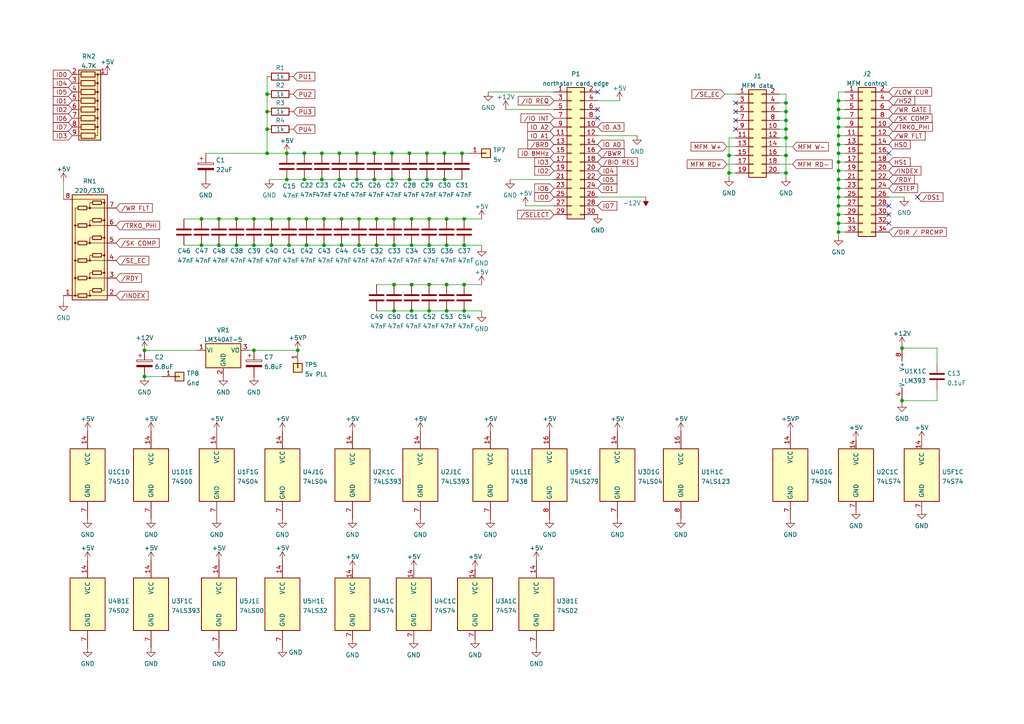
<source format=kicad_sch>
(kicad_sch (version 20211123) (generator eeschema)
  (paper "A4")
  (junction (at 128.905 44.45))
  (junction (at 129.54 82.55))
  (junction (at 113.665 44.45))
  (junction (at 124.46 82.55))
  (junction (at 243.205 34.29))
  (junction (at 227.965 34.925))
  (junction (at 73.66 63.5))
  (junction (at 211.455 50.165))
  (junction (at 103.505 44.45))
  (junction (at 113.665 52.07))
  (junction (at 227.965 29.845))
  (junction (at 123.825 44.45))
  (junction (at 86.36 101.6))
  (junction (at 83.82 63.5))
  (junction (at 88.9 63.5))
  (junction (at 227.965 32.385))
  (junction (at 119.38 90.17))
  (junction (at 227.965 50.165))
  (junction (at 77.47 44.45))
  (junction (at 261.62 116.205))
  (junction (at 243.205 36.83))
  (junction (at 99.06 71.12))
  (junction (at 77.47 32.385))
  (junction (at 243.205 62.23))
  (junction (at 108.585 52.07))
  (junction (at 243.205 64.77))
  (junction (at 77.47 37.465))
  (junction (at 83.82 71.12))
  (junction (at 78.74 63.5))
  (junction (at 93.98 71.12))
  (junction (at 134.62 82.55))
  (junction (at 118.745 52.07))
  (junction (at 119.38 71.12))
  (junction (at 128.905 52.07))
  (junction (at 243.205 49.53))
  (junction (at 243.205 46.99))
  (junction (at 103.505 52.07))
  (junction (at 134.62 71.12))
  (junction (at 77.47 27.305))
  (junction (at 227.965 37.465))
  (junction (at 124.46 71.12))
  (junction (at 78.74 71.12))
  (junction (at 243.205 41.91))
  (junction (at 108.585 44.45))
  (junction (at 63.5 63.5))
  (junction (at 227.965 45.085))
  (junction (at 68.58 71.12))
  (junction (at 243.205 57.15))
  (junction (at 211.455 45.085))
  (junction (at 99.06 63.5))
  (junction (at 243.205 29.21))
  (junction (at 243.205 59.69))
  (junction (at 243.205 67.31))
  (junction (at 104.14 63.5))
  (junction (at 243.205 44.45))
  (junction (at 123.825 52.07))
  (junction (at 243.205 52.07))
  (junction (at 134.62 90.17))
  (junction (at 104.14 71.12))
  (junction (at 133.985 44.45))
  (junction (at 73.66 71.12))
  (junction (at 41.91 101.6))
  (junction (at 83.185 52.07))
  (junction (at 83.185 44.45))
  (junction (at 261.62 100.965))
  (junction (at 58.42 71.12))
  (junction (at 119.38 63.5))
  (junction (at 109.22 71.12))
  (junction (at 109.22 63.5))
  (junction (at 93.345 44.45))
  (junction (at 73.66 101.6))
  (junction (at 124.46 90.17))
  (junction (at 88.265 44.45))
  (junction (at 88.265 52.07))
  (junction (at 227.965 40.005))
  (junction (at 118.745 44.45))
  (junction (at 41.91 109.22))
  (junction (at 93.98 63.5))
  (junction (at 98.425 52.07))
  (junction (at 124.46 63.5))
  (junction (at 58.42 63.5))
  (junction (at 114.3 71.12))
  (junction (at 63.5 71.12))
  (junction (at 114.3 90.17))
  (junction (at 68.58 63.5))
  (junction (at 243.205 31.75))
  (junction (at 129.54 90.17))
  (junction (at 88.9 71.12))
  (junction (at 243.205 54.61))
  (junction (at 93.345 52.07))
  (junction (at 98.425 44.45))
  (junction (at 129.54 63.5))
  (junction (at 243.205 39.37))
  (junction (at 119.38 82.55))
  (junction (at 114.3 82.55))
  (junction (at 134.62 63.5))
  (junction (at 114.3 63.5))
  (junction (at 129.54 71.12))
  (no_connect (at 257.81 64.77))
  (no_connect (at 266.065 57.15))
  (no_connect (at 173.355 26.67))
  (no_connect (at 213.36 34.925))
  (no_connect (at 173.355 34.29))
  (no_connect (at 213.36 32.385))
  (no_connect (at 257.81 62.23))
  (no_connect (at 213.36 37.465))
  (no_connect (at 257.81 59.69))
  (no_connect (at 257.81 44.45))
  (no_connect (at 173.355 31.75))
  (no_connect (at 213.36 29.845))
  (wire (pts (xy 243.205 64.77) (xy 243.205 62.23)))
  (wire (pts (xy 83.82 63.5) (xy 78.74 63.5)))
  (wire (pts (xy 257.81 57.15) (xy 262.255 57.15)))
  (wire (pts (xy 227.965 45.085) (xy 227.965 50.165)))
  (wire (pts (xy 243.205 49.53) (xy 245.11 49.53)))
  (wire (pts (xy 226.06 29.845) (xy 227.965 29.845)))
  (wire (pts (xy 119.38 90.17) (xy 124.46 90.17)))
  (wire (pts (xy 93.345 44.45) (xy 98.425 44.45)))
  (wire (pts (xy 243.205 49.53) (xy 243.205 52.07)))
  (wire (pts (xy 88.9 63.5) (xy 83.82 63.5)))
  (wire (pts (xy 134.62 71.12) (xy 139.7 71.12)))
  (wire (pts (xy 243.205 41.91) (xy 243.205 44.45)))
  (wire (pts (xy 88.9 71.12) (xy 93.98 71.12)))
  (wire (pts (xy 210.82 47.625) (xy 213.36 47.625)))
  (wire (pts (xy 261.62 116.84) (xy 261.62 116.205)))
  (wire (pts (xy 173.355 39.37) (xy 184.785 39.37)))
  (wire (pts (xy 114.3 82.55) (xy 109.22 82.55)))
  (wire (pts (xy 135.89 44.45) (xy 133.985 44.45)))
  (wire (pts (xy 129.54 82.55) (xy 124.46 82.55)))
  (wire (pts (xy 73.66 63.5) (xy 68.58 63.5)))
  (wire (pts (xy 211.455 40.005) (xy 211.455 45.085)))
  (wire (pts (xy 227.965 50.165) (xy 226.06 50.165)))
  (wire (pts (xy 243.205 39.37) (xy 243.205 36.83)))
  (wire (pts (xy 63.5 71.12) (xy 68.58 71.12)))
  (wire (pts (xy 160.655 52.07) (xy 147.955 52.07)))
  (wire (pts (xy 113.665 44.45) (xy 108.585 44.45)))
  (wire (pts (xy 77.47 32.385) (xy 77.47 37.465)))
  (wire (pts (xy 226.06 40.005) (xy 227.965 40.005)))
  (wire (pts (xy 243.205 36.83) (xy 245.11 36.83)))
  (wire (pts (xy 243.205 54.61) (xy 243.205 57.15)))
  (wire (pts (xy 226.06 34.925) (xy 227.965 34.925)))
  (wire (pts (xy 108.585 44.45) (xy 103.505 44.45)))
  (wire (pts (xy 243.205 57.15) (xy 243.205 59.69)))
  (wire (pts (xy 227.965 50.165) (xy 227.965 51.435)))
  (wire (pts (xy 129.54 63.5) (xy 124.46 63.5)))
  (wire (pts (xy 133.985 44.45) (xy 128.905 44.45)))
  (wire (pts (xy 243.205 46.99) (xy 245.11 46.99)))
  (wire (pts (xy 226.06 32.385) (xy 227.965 32.385)))
  (wire (pts (xy 226.06 37.465) (xy 227.965 37.465)))
  (wire (pts (xy 271.78 116.205) (xy 261.62 116.205)))
  (wire (pts (xy 243.205 41.91) (xy 243.205 39.37)))
  (wire (pts (xy 119.38 63.5) (xy 114.3 63.5)))
  (wire (pts (xy 243.205 34.29) (xy 243.205 31.75)))
  (wire (pts (xy 229.87 42.545) (xy 226.06 42.545)))
  (wire (pts (xy 46.99 109.22) (xy 41.91 109.22)))
  (wire (pts (xy 211.455 50.165) (xy 211.455 51.435)))
  (wire (pts (xy 99.06 63.5) (xy 93.98 63.5)))
  (wire (pts (xy 243.205 46.99) (xy 243.205 49.53)))
  (wire (pts (xy 243.205 44.45) (xy 245.11 44.45)))
  (wire (pts (xy 58.42 71.12) (xy 63.5 71.12)))
  (wire (pts (xy 227.965 29.845) (xy 227.965 32.385)))
  (wire (pts (xy 141.605 26.67) (xy 160.655 26.67)))
  (wire (pts (xy 109.22 63.5) (xy 104.14 63.5)))
  (wire (pts (xy 118.745 52.07) (xy 123.825 52.07)))
  (wire (pts (xy 18.415 52.705) (xy 18.415 57.785)))
  (wire (pts (xy 243.205 34.29) (xy 245.11 34.29)))
  (wire (pts (xy 113.665 52.07) (xy 118.745 52.07)))
  (wire (pts (xy 226.06 45.085) (xy 227.965 45.085)))
  (wire (pts (xy 229.87 47.625) (xy 226.06 47.625)))
  (wire (pts (xy 243.205 67.31) (xy 245.11 67.31)))
  (wire (pts (xy 243.205 31.75) (xy 243.205 29.21)))
  (wire (pts (xy 134.62 90.17) (xy 139.7 90.17)))
  (wire (pts (xy 78.74 63.5) (xy 73.66 63.5)))
  (wire (pts (xy 78.74 71.12) (xy 83.82 71.12)))
  (wire (pts (xy 108.585 52.07) (xy 113.665 52.07)))
  (wire (pts (xy 93.345 44.45) (xy 88.265 44.45)))
  (wire (pts (xy 243.205 67.31) (xy 243.205 64.77)))
  (wire (pts (xy 128.905 44.45) (xy 123.825 44.45)))
  (wire (pts (xy 243.205 62.23) (xy 245.11 62.23)))
  (wire (pts (xy 128.905 52.07) (xy 133.985 52.07)))
  (wire (pts (xy 73.66 71.12) (xy 78.74 71.12)))
  (wire (pts (xy 78.105 52.07) (xy 83.185 52.07)))
  (wire (pts (xy 210.82 42.545) (xy 213.36 42.545)))
  (wire (pts (xy 124.46 90.17) (xy 129.54 90.17)))
  (wire (pts (xy 73.66 101.6) (xy 86.36 101.6)))
  (wire (pts (xy 93.98 71.12) (xy 99.06 71.12)))
  (wire (pts (xy 243.205 44.45) (xy 243.205 46.99)))
  (wire (pts (xy 18.415 87.63) (xy 18.415 85.725)))
  (wire (pts (xy 63.5 63.5) (xy 58.42 63.5)))
  (wire (pts (xy 271.78 113.03) (xy 271.78 116.205)))
  (wire (pts (xy 243.205 29.21) (xy 243.205 26.67)))
  (wire (pts (xy 77.47 22.225) (xy 77.47 27.305)))
  (wire (pts (xy 68.58 63.5) (xy 63.5 63.5)))
  (wire (pts (xy 139.7 71.12) (xy 139.7 71.755)))
  (wire (pts (xy 271.78 100.965) (xy 271.78 105.41)))
  (wire (pts (xy 129.54 90.17) (xy 134.62 90.17)))
  (wire (pts (xy 129.54 71.12) (xy 134.62 71.12)))
  (wire (pts (xy 243.205 68.58) (xy 243.205 67.31)))
  (wire (pts (xy 261.62 100.33) (xy 261.62 100.965)))
  (wire (pts (xy 245.11 54.61) (xy 243.205 54.61)))
  (wire (pts (xy 243.205 64.77) (xy 245.11 64.77)))
  (wire (pts (xy 261.62 100.965) (xy 271.78 100.965)))
  (wire (pts (xy 88.265 44.45) (xy 83.185 44.45)))
  (wire (pts (xy 227.965 27.305) (xy 227.965 29.845)))
  (wire (pts (xy 93.345 52.07) (xy 98.425 52.07)))
  (wire (pts (xy 243.205 36.83) (xy 243.205 34.29)))
  (wire (pts (xy 213.36 50.165) (xy 211.455 50.165)))
  (wire (pts (xy 213.36 40.005) (xy 211.455 40.005)))
  (wire (pts (xy 129.54 63.5) (xy 134.62 63.5)))
  (wire (pts (xy 227.965 37.465) (xy 227.965 40.005)))
  (wire (pts (xy 119.38 82.55) (xy 114.3 82.55)))
  (wire (pts (xy 243.205 52.07) (xy 243.205 54.61)))
  (wire (pts (xy 226.06 27.305) (xy 227.965 27.305)))
  (wire (pts (xy 243.205 29.21) (xy 245.11 29.21)))
  (wire (pts (xy 77.47 37.465) (xy 77.47 44.45)))
  (wire (pts (xy 59.69 44.45) (xy 77.47 44.45)))
  (wire (pts (xy 123.825 44.45) (xy 118.745 44.45)))
  (wire (pts (xy 139.7 63.5) (xy 134.62 63.5)))
  (wire (pts (xy 118.745 44.45) (xy 113.665 44.45)))
  (wire (pts (xy 109.22 71.12) (xy 114.3 71.12)))
  (wire (pts (xy 114.3 63.5) (xy 109.22 63.5)))
  (wire (pts (xy 99.06 71.12) (xy 104.14 71.12)))
  (wire (pts (xy 243.205 26.67) (xy 245.11 26.67)))
  (wire (pts (xy 139.7 90.17) (xy 139.7 90.805)))
  (wire (pts (xy 146.685 31.75) (xy 160.655 31.75)))
  (wire (pts (xy 109.22 90.17) (xy 114.3 90.17)))
  (wire (pts (xy 227.965 34.925) (xy 227.965 37.465)))
  (wire (pts (xy 103.505 52.07) (xy 108.585 52.07)))
  (wire (pts (xy 243.205 59.69) (xy 245.11 59.69)))
  (wire (pts (xy 211.455 45.085) (xy 213.36 45.085)))
  (wire (pts (xy 139.7 82.55) (xy 134.62 82.55)))
  (wire (pts (xy 124.46 71.12) (xy 129.54 71.12)))
  (wire (pts (xy 173.355 29.21) (xy 179.705 29.21)))
  (wire (pts (xy 41.91 101.6) (xy 57.15 101.6)))
  (wire (pts (xy 53.34 71.12) (xy 58.42 71.12)))
  (wire (pts (xy 173.355 57.15) (xy 187.325 57.15)))
  (wire (pts (xy 83.82 71.12) (xy 88.9 71.12)))
  (wire (pts (xy 124.46 82.55) (xy 119.38 82.55)))
  (wire (pts (xy 124.46 63.5) (xy 119.38 63.5)))
  (wire (pts (xy 114.3 71.12) (xy 119.38 71.12)))
  (wire (pts (xy 104.14 63.5) (xy 99.06 63.5)))
  (wire (pts (xy 119.38 71.12) (xy 124.46 71.12)))
  (wire (pts (xy 103.505 44.45) (xy 98.425 44.45)))
  (wire (pts (xy 245.11 52.07) (xy 243.205 52.07)))
  (wire (pts (xy 114.3 90.17) (xy 119.38 90.17)))
  (wire (pts (xy 227.965 40.005) (xy 227.965 45.085)))
  (wire (pts (xy 88.265 52.07) (xy 93.345 52.07)))
  (wire (pts (xy 83.185 52.07) (xy 88.265 52.07)))
  (wire (pts (xy 58.42 63.5) (xy 53.34 63.5)))
  (wire (pts (xy 211.455 50.165) (xy 211.455 45.085)))
  (wire (pts (xy 104.14 71.12) (xy 109.22 71.12)))
  (wire (pts (xy 210.185 27.305) (xy 213.36 27.305)))
  (wire (pts (xy 93.98 63.5) (xy 88.9 63.5)))
  (wire (pts (xy 243.205 39.37) (xy 245.11 39.37)))
  (wire (pts (xy 245.11 57.15) (xy 243.205 57.15)))
  (wire (pts (xy 227.965 32.385) (xy 227.965 34.925)))
  (wire (pts (xy 68.58 71.12) (xy 73.66 71.12)))
  (wire (pts (xy 152.4 59.69) (xy 160.655 59.69)))
  (wire (pts (xy 123.825 52.07) (xy 128.905 52.07)))
  (wire (pts (xy 243.205 62.23) (xy 243.205 59.69)))
  (wire (pts (xy 129.54 82.55) (xy 134.62 82.55)))
  (wire (pts (xy 77.47 44.45) (xy 83.185 44.45)))
  (wire (pts (xy 243.205 31.75) (xy 245.11 31.75)))
  (wire (pts (xy 98.425 52.07) (xy 103.505 52.07)))
  (wire (pts (xy 72.39 101.6) (xy 73.66 101.6)))
  (wire (pts (xy 77.47 27.305) (xy 77.47 32.385)))
  (wire (pts (xy 243.205 41.91) (xy 245.11 41.91)))
  (global_label "{slash}DS1" (shape input) (at 266.065 57.15 0) (property "Intersheet References" "${INTERSHEET_REFS}" (effects hide)))
  (global_label "{slash}BWR" (shape input) (at 173.355 44.45 0) (property "Intersheet References" "${INTERSHEET_REFS}" (effects hide)))
  (global_label "MFM RD+" (shape input) (at 210.82 47.625 180) (property "Intersheet References" "${INTERSHEET_REFS}" (effects hide)))
  (global_label "IO0" (shape input) (at 160.655 57.15 180) (property "Intersheet References" "${INTERSHEET_REFS}" (effects hide)))
  (global_label "IO 8MHz" (shape input) (at 160.655 44.45 180) (property "Intersheet References" "${INTERSHEET_REFS}" (effects hide)))
  (global_label "IO7" (shape input) (at 173.355 59.69 0) (property "Intersheet References" "${INTERSHEET_REFS}" (effects hide)))
  (global_label "ID5" (shape input) (at 20.955 26.67 180) (property "Intersheet References" "${INTERSHEET_REFS}" (effects hide)))
  (global_label "{slash}WR FLT" (shape input) (at 257.81 39.37 0) (property "Intersheet References" "${INTERSHEET_REFS}" (effects hide)))
  (global_label "{slash}HS2" (shape input) (at 257.81 29.21 0) (property "Intersheet References" "${INTERSHEET_REFS}" (effects hide)))
  (global_label "PU2" (shape input) (at 85.09 27.305 0) (property "Intersheet References" "${INTERSHEET_REFS}" (effects hide)))
  (global_label "{slash}ID REQ" (shape input) (at 160.655 29.21 180) (property "Intersheet References" "${INTERSHEET_REFS}" (effects hide)))
  (global_label "IO6" (shape input) (at 160.655 54.61 180) (property "Intersheet References" "${INTERSHEET_REFS}" (effects hide)))
  (global_label "IO3" (shape input) (at 160.655 46.99 180) (property "Intersheet References" "${INTERSHEET_REFS}" (effects hide)))
  (global_label "IO A2" (shape input) (at 160.655 36.83 180) (property "Intersheet References" "${INTERSHEET_REFS}" (effects hide)))
  (global_label "MFM W-" (shape input) (at 229.87 42.545 0) (property "Intersheet References" "${INTERSHEET_REFS}" (effects hide)))
  (global_label "ID1" (shape input) (at 20.955 29.21 180) (property "Intersheet References" "${INTERSHEET_REFS}" (effects hide)))
  (global_label "{slash}SK COMP" (shape input) (at 33.655 70.485 0) (property "Intersheet References" "${INTERSHEET_REFS}" (effects hide)))
  (global_label "{slash}BRD" (shape input) (at 160.655 41.91 180) (property "Intersheet References" "${INTERSHEET_REFS}" (effects hide)))
  (global_label "IO1" (shape input) (at 173.355 54.61 0) (property "Intersheet References" "${INTERSHEET_REFS}" (effects hide)))
  (global_label "HS0" (shape input) (at 257.81 41.91 0) (property "Intersheet References" "${INTERSHEET_REFS}" (effects hide)))
  (global_label "MFM W+" (shape input) (at 210.82 42.545 180) (property "Intersheet References" "${INTERSHEET_REFS}" (effects hide)))
  (global_label "{slash}SK COMP" (shape input) (at 257.81 34.29 0) (property "Intersheet References" "${INTERSHEET_REFS}" (effects hide)))
  (global_label "ID7" (shape input) (at 20.955 36.83 180) (property "Intersheet References" "${INTERSHEET_REFS}" (effects hide)))
  (global_label "IO2" (shape input) (at 160.655 49.53 180) (property "Intersheet References" "${INTERSHEET_REFS}" (effects hide)))
  (global_label "{slash}TRK0_PHI" (shape input) (at 257.81 36.83 0) (property "Intersheet References" "${INTERSHEET_REFS}" (effects hide)))
  (global_label "HS1" (shape input) (at 257.81 46.99 0) (property "Intersheet References" "${INTERSHEET_REFS}" (effects hide)))
  (global_label "ID0" (shape input) (at 20.955 21.59 180) (property "Intersheet References" "${INTERSHEET_REFS}" (effects hide)))
  (global_label "IO A0" (shape input) (at 173.355 41.91 0) (property "Intersheet References" "${INTERSHEET_REFS}" (effects hide)))
  (global_label "ID2" (shape input) (at 20.955 31.75 180) (property "Intersheet References" "${INTERSHEET_REFS}" (effects hide)))
  (global_label "{slash}INDEX" (shape input) (at 257.81 49.53 0) (property "Intersheet References" "${INTERSHEET_REFS}" (effects hide)))
  (global_label "{slash}TRK0_PHI" (shape input) (at 33.655 65.405 0) (property "Intersheet References" "${INTERSHEET_REFS}" (effects hide)))
  (global_label "MFM RD-" (shape input) (at 229.87 47.625 0) (property "Intersheet References" "${INTERSHEET_REFS}" (effects hide)))
  (global_label "{slash}LOW CUR" (shape input) (at 257.81 26.67 0) (property "Intersheet References" "${INTERSHEET_REFS}" (effects hide)))
  (global_label "ID6" (shape input) (at 20.955 34.29 180) (property "Intersheet References" "${INTERSHEET_REFS}" (effects hide)))
  (global_label "ID3" (shape input) (at 20.955 39.37 180) (property "Intersheet References" "${INTERSHEET_REFS}" (effects hide)))
  (global_label "{slash}BIO RES" (shape input) (at 173.355 46.99 0) (property "Intersheet References" "${INTERSHEET_REFS}" (effects hide)))
  (global_label "IO4" (shape input) (at 173.355 49.53 0) (property "Intersheet References" "${INTERSHEET_REFS}" (effects hide)))
  (global_label "{slash}WR FLT" (shape input) (at 33.655 60.325 0) (property "Intersheet References" "${INTERSHEET_REFS}" (effects hide)))
  (global_label "IO A3" (shape input) (at 173.355 36.83 0) (property "Intersheet References" "${INTERSHEET_REFS}" (effects hide)))
  (global_label "{slash}DIR {slash} PRCMP" (shape input) (at 257.81 67.31 0) (property "Intersheet References" "${INTERSHEET_REFS}" (effects hide)))
  (global_label "PU1" (shape input) (at 85.09 22.225 0) (property "Intersheet References" "${INTERSHEET_REFS}" (effects hide)))
  (global_label "{slash}INDEX" (shape input) (at 33.655 85.725 0) (property "Intersheet References" "${INTERSHEET_REFS}" (effects hide)))
  (global_label "{slash}STEP" (shape input) (at 257.81 54.61 0) (property "Intersheet References" "${INTERSHEET_REFS}" (effects hide)))
  (global_label "{slash}WR GATE" (shape input) (at 257.81 31.75 0) (property "Intersheet References" "${INTERSHEET_REFS}" (effects hide)))
  (global_label "IO A1" (shape input) (at 160.655 39.37 180) (property "Intersheet References" "${INTERSHEET_REFS}" (effects hide)))
  (global_label "{slash}RDY" (shape input) (at 257.81 52.07 0) (property "Intersheet References" "${INTERSHEET_REFS}" (effects hide)))
  (global_label "PU3" (shape input) (at 85.09 32.385 0) (property "Intersheet References" "${INTERSHEET_REFS}" (effects hide)))
  (global_label "ID4" (shape input) (at 20.955 24.13 180) (property "Intersheet References" "${INTERSHEET_REFS}" (effects hide)))
  (global_label "IO5" (shape input) (at 173.355 52.07 0) (property "Intersheet References" "${INTERSHEET_REFS}" (effects hide)))
  (global_label "{slash}SE_EC" (shape input) (at 33.655 75.565 0) (property "Intersheet References" "${INTERSHEET_REFS}" (effects hide)))
  (global_label "{slash}SELECT" (shape input) (at 160.655 62.23 180) (property "Intersheet References" "${INTERSHEET_REFS}" (effects hide)))
  (global_label "{slash}SE_EC" (shape input) (at 210.185 27.305 180) (property "Intersheet References" "${INTERSHEET_REFS}" (effects hide)))
  (global_label "{slash}IO INT" (shape input) (at 160.655 34.29 180) (property "Intersheet References" "${INTERSHEET_REFS}" (effects hide)))
  (global_label "PU4" (shape input) (at 85.09 37.465 0) (property "Intersheet References" "${INTERSHEET_REFS}" (effects hide)))
  (global_label "{slash}RDY" (shape input) (at 33.655 80.645 0) (property "Intersheet References" "${INTERSHEET_REFS}" (effects hide)))
  (symbol (lib_id "Connector_Generic:Conn_02x17_Odd_Even") (at 250.19 46.99 0) (unit 1)
    (property "Reference" "J2" (at 251.46 21.4335 0))
    (property "Value" "MFM control" (at 251.46 24.2086 0))
    (property "Footprint" "Connector_PinHeader_2.54mm:PinHeader_2x17_P2.54mm_Horizontal" (effects hide))
  )
  (symbol (lib_id "Device:C") (at 83.82 67.31 0) (unit 1)
    (property "Reference" "C41" (at 81.915 72.7899 0) (effects (justify left)))
    (property "Value" "47nF" (at 81.915 75.565 0) (effects (justify left)))
    (property "Footprint" "Capacitor_THT:C_Disc_D10.0mm_W2.5mm_P5.00mm" (effects hide))
  )
  (symbol (lib_id "Device:C") (at 68.58 67.31 0) (unit 1)
    (property "Reference" "C38" (at 66.675 72.7899 0) (effects (justify left)))
    (property "Value" "47nF" (at 66.675 75.565 0) (effects (justify left)))
    (property "Footprint" "Capacitor_THT:C_Disc_D10.0mm_W2.5mm_P5.00mm" (effects hide))
  )
  (symbol (lib_id "74xx:74LS38") (at 142.24 137.795 0) (unit 5)
    (property "Reference" "U1L1" (at 148.082 136.8865 0) (effects (justify left)))
    (property "Value" "7438" (at 148.082 139.6616 0) (effects (justify left)))
    (property "Footprint" "Package_DIP:DIP-14_W7.62mm" (effects hide))
    (property "Datasheet" "http://www.ti.com/lit/gpn/sn74LS38" (effects hide))
  )
  (symbol (lib_id "power:+5V") (at 179.07 125.095 0) (unit 1)
    (property "Reference" "#PWR049" (effects hide))
    (property "Value" "+5V" (at 179.07 121.4905 0))
  )
  (symbol (lib_id "Comparator:LM393") (at 264.16 108.585 0) (unit 3)
    (property "Reference" "U1K1" (at 262.255 107.6765 0) (effects (justify left)))
    (property "Value" "LM393" (at 262.255 110.4516 0) (effects (justify left)))
    (property "Footprint" "Package_DIP:DIP-8_W7.62mm" (effects hide))
    (property "Datasheet" "http://www.ti.com/lit/ds/symlink/lm393.pdf" (effects hide))
  )
  (symbol (lib_id "power:GND") (at 62.865 150.495 0) (unit 1)
    (property "Reference" "#PWR016" (effects hide))
    (property "Value" "GND" (at 62.865 155.0575 0))
  )
  (symbol (lib_id "74xx:74LS02") (at 25.4 175.26 0) (unit 5)
    (property "Reference" "U4B1" (at 31.242 174.3515 0) (effects (justify left)))
    (property "Value" "74S02" (at 31.242 177.1266 0) (effects (justify left)))
    (property "Footprint" "Package_DIP:DIP-14_W7.62mm" (effects hide))
    (property "Datasheet" "http://www.ti.com/lit/gpn/sn74ls02" (effects hide))
  )
  (symbol (lib_id "power:+5V") (at 155.575 162.56 0) (unit 1)
    (property "Reference" "#PWR042" (effects hide))
    (property "Value" "+5V" (at 155.575 158.9555 0))
  )
  (symbol (lib_id "power:GND") (at 64.77 109.22 0) (unit 1)
    (property "Reference" "#PWR020" (effects hide))
    (property "Value" "GND" (at 64.77 113.7825 0))
  )
  (symbol (lib_id "power:+5V") (at 197.485 125.095 0) (unit 1)
    (property "Reference" "#PWR054" (effects hide))
    (property "Value" "+5V" (at 197.485 121.4905 0))
  )
  (symbol (lib_id "Device:C") (at 103.505 48.26 0) (unit 1)
    (property "Reference" "C25" (at 101.6 53.7399 0) (effects (justify left)))
    (property "Value" "47nF" (at 101.6 56.515 0) (effects (justify left)))
    (property "Footprint" "Capacitor_THT:C_Disc_D10.0mm_W2.5mm_P5.00mm" (effects hide))
  )
  (symbol (lib_id "power:GND") (at 137.795 185.42 0) (unit 1)
    (property "Reference" "#PWR037" (effects hide))
    (property "Value" "GND" (at 137.795 189.9825 0))
  )
  (symbol (lib_id "Device:C") (at 118.745 48.26 0) (unit 1)
    (property "Reference" "C28" (at 116.84 53.7399 0) (effects (justify left)))
    (property "Value" "47nF" (at 116.84 56.515 0) (effects (justify left)))
    (property "Footprint" "Capacitor_THT:C_Disc_D10.0mm_W2.5mm_P5.00mm" (effects hide))
  )
  (symbol (lib_id "power:+5V") (at 63.5 162.56 0) (unit 1)
    (property "Reference" "#PWR017" (effects hide))
    (property "Value" "+5V" (at 63.5 158.9555 0))
  )
  (symbol (lib_id "Device:C") (at 104.14 67.31 0) (unit 1)
    (property "Reference" "C45" (at 102.235 72.7899 0) (effects (justify left)))
    (property "Value" "47nF" (at 102.235 75.565 0) (effects (justify left)))
    (property "Footprint" "Capacitor_THT:C_Disc_D10.0mm_W2.5mm_P5.00mm" (effects hide))
  )
  (symbol (lib_id "power:GND") (at 155.575 187.96 0) (unit 1)
    (property "Reference" "#PWR043" (effects hide))
    (property "Value" "GND" (at 155.575 192.5225 0))
  )
  (symbol (lib_id "74xx:74LS00") (at 43.815 137.795 0) (unit 5)
    (property "Reference" "U1D1" (at 49.657 136.8865 0) (effects (justify left)))
    (property "Value" "74S00" (at 49.657 139.6616 0) (effects (justify left)))
    (property "Footprint" "Package_DIP:DIP-14_W7.62mm" (effects hide))
    (property "Datasheet" "http://www.ti.com/lit/gpn/sn74ls00" (effects hide))
  )
  (symbol (lib_id "Device:C") (at 124.46 67.31 0) (unit 1)
    (property "Reference" "C35" (at 122.555 72.7899 0) (effects (justify left)))
    (property "Value" "47nF" (at 122.555 75.565 0) (effects (justify left)))
    (property "Footprint" "Capacitor_THT:C_Disc_D10.0mm_W2.5mm_P5.00mm" (effects hide))
  )
  (symbol (lib_id "power:GND") (at 229.235 150.495 0) (unit 1)
    (property "Reference" "#PWR059" (effects hide))
    (property "Value" "GND" (at 229.235 155.0575 0))
  )
  (symbol (lib_id "Device:C") (at 88.9 67.31 0) (unit 1)
    (property "Reference" "C42" (at 86.995 72.7899 0) (effects (justify left)))
    (property "Value" "47nF" (at 86.995 75.565 0) (effects (justify left)))
    (property "Footprint" "Capacitor_THT:C_Disc_D10.0mm_W2.5mm_P5.00mm" (effects hide))
  )
  (symbol (lib_id "Device:R") (at 81.28 37.465 90) (unit 1)
    (property "Reference" "R4" (at 81.28 34.925 90))
    (property "Value" "1k" (at 81.28 37.465 90))
    (property "Footprint" "Resistor_THT:R_Axial_DIN0309_L9.0mm_D3.2mm_P12.70mm_Horizontal" (effects hide))
  )
  (symbol (lib_id "power:GND") (at 197.485 150.495 0) (unit 1)
    (property "Reference" "#PWR055" (effects hide))
    (property "Value" "GND" (at 197.485 155.0575 0))
  )
  (symbol (lib_id "power:+5V") (at 25.4 125.095 0) (unit 1)
    (property "Reference" "#PWR03" (effects hide))
    (property "Value" "+5V" (at 25.4 121.4905 0))
  )
  (symbol (lib_id "Device:C") (at 128.905 48.26 0) (unit 1)
    (property "Reference" "C30" (at 127 53.7399 0) (effects (justify left)))
    (property "Value" "47nF" (at 127 56.515 0) (effects (justify left)))
    (property "Footprint" "Capacitor_THT:C_Disc_D10.0mm_W2.5mm_P5.00mm" (effects hide))
  )
  (symbol (lib_id "Device:R_Network_Dividers_x06_SIP") (at 26.035 70.485 90) (unit 1)
    (property "Reference" "RN1" (at 26.035 52.5485 90))
    (property "Value" "220/330" (at 26.035 55.3236 90))
    (property "Footprint" "Package_SIP:SIP-8_19x3mm_P2.54mm" (effects hide))
    (property "Datasheet" "http://www.vishay.com/docs/31509/csc.pdf" (effects hide))
  )
  (symbol (lib_id "power:GND") (at 81.915 150.495 0) (unit 1)
    (property "Reference" "#PWR022" (effects hide))
    (property "Value" "GND" (at 81.915 155.0575 0))
  )
  (symbol (lib_id "power:+5V") (at 83.185 44.45 0) (unit 1)
    (property "Reference" "#PWR025" (effects hide))
    (property "Value" "+5V" (at 83.185 40.8455 0))
  )
  (symbol (lib_id "Regulator_Linear:LM341T-05_TO220") (at 64.77 101.6 0) (unit 1)
    (property "Reference" "VR1" (at 64.77 95.7285 0))
    (property "Value" "LM340AT-5" (at 64.77 98.5036 0))
    (property "Footprint" "Package_TO_SOT_THT:TO-220-3_Horizontal_TabDown" (effects hide))
    (property "Datasheet" "https://www.ti.com/lit/ds/symlink/lm341.pdf" (effects hide))
  )
  (symbol (lib_id "power:GND") (at 139.7 71.755 0) (unit 1)
    (property "Reference" "#PWR0159" (effects hide))
    (property "Value" "GND" (at 139.7 76.3175 0))
  )
  (symbol (lib_id "power:+5VP") (at 86.36 101.6 0) (unit 1)
    (property "Reference" "#PWR027" (effects hide))
    (property "Value" "+5VP" (at 86.36 97.9955 0))
  )
  (symbol (lib_id "power:GND") (at 25.4 187.96 0) (unit 1)
    (property "Reference" "#PWR06" (effects hide))
    (property "Value" "GND" (at 25.4 192.5225 0))
  )
  (symbol (lib_id "power:GND") (at 227.965 51.435 0) (unit 1)
    (property "Reference" "#PWR057" (effects hide))
    (property "Value" "GND" (at 227.965 55.9975 0))
  )
  (symbol (lib_id "power:+5V") (at 62.865 125.095 0) (unit 1)
    (property "Reference" "#PWR015" (effects hide))
    (property "Value" "+5V" (at 62.865 121.4905 0))
  )
  (symbol (lib_id "Device:C") (at 108.585 48.26 0) (unit 1)
    (property "Reference" "C26" (at 106.68 53.7399 0) (effects (justify left)))
    (property "Value" "47nF" (at 106.68 56.515 0) (effects (justify left)))
    (property "Footprint" "Capacitor_THT:C_Disc_D10.0mm_W2.5mm_P5.00mm" (effects hide))
  )
  (symbol (lib_id "power:+5V") (at 102.235 125.095 0) (unit 1)
    (property "Reference" "#PWR028" (effects hide))
    (property "Value" "+5V" (at 102.235 121.4905 0))
  )
  (symbol (lib_id "74xx:74LS04") (at 229.235 137.795 0) (unit 7)
    (property "Reference" "U4D1" (at 235.077 136.8865 0) (effects (justify left)))
    (property "Value" "74S04" (at 235.077 139.6616 0) (effects (justify left)))
    (property "Footprint" "Package_DIP:DIP-14_W7.62mm" (effects hide))
    (property "Datasheet" "http://www.ti.com/lit/gpn/sn74LS04" (effects hide))
  )
  (symbol (lib_id "power:GND") (at 81.915 187.96 0) (unit 1)
    (property "Reference" "#PWR024" (effects hide))
    (property "Value" "GND" (at 85.725 189.23 0))
  )
  (symbol (lib_id "74xx:74LS74") (at 102.235 175.26 0) (unit 3)
    (property "Reference" "U4A1" (at 108.077 174.3515 0) (effects (justify left)))
    (property "Value" "74S74" (at 108.077 177.1266 0) (effects (justify left)))
    (property "Footprint" "Package_DIP:DIP-14_W7.62mm" (effects hide))
    (property "Datasheet" "74xx/74hc_hct74.pdf" (effects hide))
  )
  (symbol (lib_id "power:GND") (at 179.07 150.495 0) (unit 1)
    (property "Reference" "#PWR050" (effects hide))
    (property "Value" "GND" (at 179.07 155.0575 0))
  )
  (symbol (lib_id "74xx:74LS04") (at 62.865 137.795 0) (unit 7)
    (property "Reference" "U1F1" (at 68.707 136.8865 0) (effects (justify left)))
    (property "Value" "74S04" (at 68.707 139.6616 0) (effects (justify left)))
    (property "Footprint" "Package_DIP:DIP-14_W7.62mm" (effects hide))
    (property "Datasheet" "http://www.ti.com/lit/gpn/sn74LS04" (effects hide))
  )
  (symbol (lib_id "Evan's misc parts:74LS279") (at 159.385 136.525 0) (unit 5)
    (property "Reference" "U5K1" (at 165.227 136.8865 0) (effects (justify left)))
    (property "Value" "74LS279" (at 165.227 139.6616 0) (effects (justify left)))
    (property "Footprint" "Package_DIP:DIP-16_W7.62mm" (effects hide))
  )
  (symbol (lib_id "74xx:74LS393") (at 121.92 137.795 0) (unit 3)
    (property "Reference" "U2J1" (at 127.762 136.8865 0) (effects (justify left)))
    (property "Value" "74LS393" (at 127.762 139.6616 0) (effects (justify left)))
    (property "Footprint" "Package_DIP:DIP-14_W7.62mm" (effects hide))
    (property "Datasheet" "74xx\\74LS393.pdf" (effects hide))
  )
  (symbol (lib_id "Connector_Generic:Conn_01x01") (at 52.07 109.22 0) (unit 1)
    (property "Reference" "TP8" (at 54.102 108.3115 0) (effects (justify left)))
    (property "Value" "Gnd" (at 54.102 111.0866 0) (effects (justify left)))
    (property "Footprint" "Connector_PinHeader_2.54mm:PinHeader_1x01_P2.54mm_Vertical" (effects hide))
  )
  (symbol (lib_id "power:GND") (at 248.285 147.955 0) (unit 1)
    (property "Reference" "#PWR062" (effects hide))
    (property "Value" "GND" (at 248.285 152.5175 0))
  )
  (symbol (lib_id "74xx:74LS74") (at 248.285 137.795 0) (unit 3)
    (property "Reference" "U2C1" (at 254.127 136.8865 0) (effects (justify left)))
    (property "Value" "74LS74" (at 254.127 139.6616 0) (effects (justify left)))
    (property "Footprint" "Package_DIP:DIP-14_W7.62mm" (effects hide))
    (property "Datasheet" "74xx/74hc_hct74.pdf" (effects hide))
  )
  (symbol (lib_id "power:+5V") (at 152.4 59.69 0) (unit 1)
    (property "Reference" "#PWR047" (effects hide))
    (property "Value" "+5V" (at 152.4 56.0855 0))
  )
  (symbol (lib_id "power:GND") (at 41.91 109.22 0) (unit 1)
    (property "Reference" "#PWR013" (effects hide))
    (property "Value" "GND" (at 41.91 113.7825 0))
  )
  (symbol (lib_id "power:+5V") (at 81.915 125.095 0) (unit 1)
    (property "Reference" "#PWR021" (effects hide))
    (property "Value" "+5V" (at 81.915 121.4905 0))
  )
  (symbol (lib_id "Device:C") (at 88.265 48.26 0) (unit 1)
    (property "Reference" "C22" (at 86.995 53.7399 0) (effects (justify left)))
    (property "Value" "47nF" (at 86.995 56.515 0) (effects (justify left)))
    (property "Footprint" "Capacitor_THT:C_Disc_D10.0mm_W2.5mm_P5.00mm" (effects hide))
  )
  (symbol (lib_id "74xx:74LS74") (at 267.335 137.795 0) (unit 3)
    (property "Reference" "U5F1" (at 273.177 136.8865 0) (effects (justify left)))
    (property "Value" "74S74" (at 273.177 139.6616 0) (effects (justify left)))
    (property "Footprint" "Package_DIP:DIP-14_W7.62mm" (effects hide))
    (property "Datasheet" "74xx/74hc_hct74.pdf" (effects hide))
  )
  (symbol (lib_id "power:GND") (at 267.335 147.955 0) (unit 1)
    (property "Reference" "#PWR067" (effects hide))
    (property "Value" "GND" (at 267.335 152.5175 0))
  )
  (symbol (lib_id "Device:C") (at 119.38 86.36 0) (unit 1)
    (property "Reference" "C51" (at 117.475 91.8399 0) (effects (justify left)))
    (property "Value" "47nF" (at 117.475 94.615 0) (effects (justify left)))
    (property "Footprint" "Capacitor_THT:C_Disc_D10.0mm_W2.5mm_P5.00mm" (effects hide))
  )
  (symbol (lib_id "power:GND") (at 141.605 26.67 0) (unit 1)
    (property "Reference" "#PWR040" (effects hide))
    (property "Value" "GND" (at 141.605 31.2325 0))
  )
  (symbol (lib_id "Device:C") (at 109.22 86.36 0) (unit 1)
    (property "Reference" "C49" (at 107.315 91.8399 0) (effects (justify left)))
    (property "Value" "47nF" (at 107.315 94.615 0) (effects (justify left)))
    (property "Footprint" "Capacitor_THT:C_Disc_D10.0mm_W2.5mm_P5.00mm" (effects hide))
  )
  (symbol (lib_id "74xx:74LS10") (at 25.4 137.795 0) (unit 4)
    (property "Reference" "U1C1" (at 31.242 136.8865 0) (effects (justify left)))
    (property "Value" "74S10" (at 31.242 139.6616 0) (effects (justify left)))
    (property "Footprint" "Package_DIP:DIP-14_W7.62mm" (effects hide))
    (property "Datasheet" "http://www.ti.com/lit/gpn/sn74LS10" (effects hide))
  )
  (symbol (lib_id "power:GND") (at 159.385 150.495 0) (unit 1)
    (property "Reference" "#PWR046" (effects hide))
    (property "Value" "GND" (at 159.385 155.0575 0))
  )
  (symbol (lib_id "74xx:74LS123") (at 197.485 137.795 0) (unit 3)
    (property "Reference" "U1H1" (at 203.327 136.8865 0) (effects (justify left)))
    (property "Value" "74LS123" (at 203.327 139.6616 0) (effects (justify left)))
    (property "Footprint" "Package_DIP:DIP-16_W7.62mm" (effects hide))
    (property "Datasheet" "http://www.ti.com/lit/gpn/sn74LS123" (effects hide))
  )
  (symbol (lib_id "power:+5V") (at 102.235 165.1 0) (unit 1)
    (property "Reference" "#PWR030" (effects hide))
    (property "Value" "+5V" (at 102.235 161.4955 0))
  )
  (symbol (lib_id "Device:C") (at 134.62 86.36 0) (unit 1)
    (property "Reference" "C54" (at 132.715 91.8399 0) (effects (justify left)))
    (property "Value" "47nF" (at 132.715 94.615 0) (effects (justify left)))
    (property "Footprint" "Capacitor_THT:C_Disc_D10.0mm_W2.5mm_P5.00mm" (effects hide))
  )
  (symbol (lib_id "power:+12V") (at 261.62 100.33 0) (unit 1)
    (property "Reference" "#PWR063" (effects hide))
    (property "Value" "+12V" (at 261.62 96.7255 0))
  )
  (symbol (lib_id "power:GND") (at 262.255 57.15 0) (unit 1)
    (property "Reference" "#PWR065" (effects hide))
    (property "Value" "GND" (at 262.255 61.7125 0))
  )
  (symbol (lib_id "power:+12V") (at 146.685 31.75 0) (unit 1)
    (property "Reference" "#PWR044" (effects hide))
    (property "Value" "+12V" (at 146.685 28.1455 0))
  )
  (symbol (lib_id "74xx:74LS04") (at 81.915 137.795 0) (unit 7)
    (property "Reference" "U4J1" (at 87.757 136.8865 0) (effects (justify left)))
    (property "Value" "74LS04" (at 87.757 139.6616 0) (effects (justify left)))
    (property "Footprint" "Package_DIP:DIP-14_W7.62mm" (effects hide))
    (property "Datasheet" "http://www.ti.com/lit/gpn/sn74LS04" (effects hide))
  )
  (symbol (lib_id "Device:C") (at 119.38 67.31 0) (unit 1)
    (property "Reference" "C34" (at 117.475 72.7899 0) (effects (justify left)))
    (property "Value" "47nF" (at 117.475 75.565 0) (effects (justify left)))
    (property "Footprint" "Capacitor_THT:C_Disc_D10.0mm_W2.5mm_P5.00mm" (effects hide))
  )
  (symbol (lib_id "Connector_Generic:Conn_02x10_Odd_Even") (at 218.44 37.465 0) (unit 1)
    (property "Reference" "J1" (at 219.71 22.0685 0))
    (property "Value" "MFM data" (at 219.71 24.8436 0))
    (property "Footprint" "Connector_PinHeader_2.54mm:PinHeader_2x10_P2.54mm_Horizontal" (effects hide))
  )
  (symbol (lib_id "Device:C") (at 109.22 67.31 0) (unit 1)
    (property "Reference" "C32" (at 107.315 72.7899 0) (effects (justify left)))
    (property "Value" "47nF" (at 107.315 75.565 0) (effects (justify left)))
    (property "Footprint" "Capacitor_THT:C_Disc_D10.0mm_W2.5mm_P5.00mm" (effects hide))
  )
  (symbol (lib_id "power:GND") (at 120.015 185.42 0) (unit 1)
    (property "Reference" "#PWR033" (effects hide))
    (property "Value" "GND" (at 120.015 189.9825 0))
  )
  (symbol (lib_id "power:-12V") (at 187.325 57.15 0) (mirror x) (unit 1)
    (property "Reference" "#PWR053" (effects hide))
    (property "Value" "-12V" (at 185.928 58.899 0) (effects (justify right)))
  )
  (symbol (lib_id "power:GND") (at 147.955 52.07 0) (unit 1)
    (property "Reference" "#PWR041" (effects hide))
    (property "Value" "GND" (at 147.955 56.6325 0))
  )
  (symbol (lib_id "power:GND") (at 102.235 185.42 0) (unit 1)
    (property "Reference" "#PWR031" (effects hide))
    (property "Value" "GND" (at 102.235 189.9825 0))
  )
  (symbol (lib_id "power:GND") (at 25.4 150.495 0) (unit 1)
    (property "Reference" "#PWR04" (effects hide))
    (property "Value" "GND" (at 25.4 155.0575 0))
  )
  (symbol (lib_id "power:+5V") (at 179.705 29.21 0) (unit 1)
    (property "Reference" "#PWR051" (effects hide))
    (property "Value" "+5V" (at 179.705 25.6055 0))
  )
  (symbol (lib_id "74xx:74LS00") (at 63.5 175.26 0) (unit 5)
    (property "Reference" "U5J1" (at 69.342 174.3515 0) (effects (justify left)))
    (property "Value" "74LS00" (at 69.342 177.1266 0) (effects (justify left)))
    (property "Footprint" "Package_DIP:DIP-14_W7.62mm" (effects hide))
    (property "Datasheet" "http://www.ti.com/lit/gpn/sn74ls00" (effects hide))
  )
  (symbol (lib_id "power:+5V") (at 25.4 162.56 0) (unit 1)
    (property "Reference" "#PWR05" (effects hide))
    (property "Value" "+5V" (at 25.4 158.9555 0))
  )
  (symbol (lib_id "power:GND") (at 63.5 187.96 0) (unit 1)
    (property "Reference" "#PWR018" (effects hide))
    (property "Value" "GND" (at 63.5 192.5225 0))
  )
  (symbol (lib_id "power:GND") (at 243.205 68.58 0) (unit 1)
    (property "Reference" "#PWR060" (effects hide))
    (property "Value" "GND" (at 243.205 73.1425 0))
  )
  (symbol (lib_id "Connector_Generic:Conn_01x01") (at 86.36 106.68 270) (unit 1)
    (property "Reference" "TP5" (at 88.392 105.7715 90) (effects (justify left)))
    (property "Value" "5v PLL" (at 88.392 108.5466 90) (effects (justify left)))
    (property "Footprint" "Connector_PinHeader_2.54mm:PinHeader_1x01_P2.54mm_Vertical" (effects hide))
  )
  (symbol (lib_id "power:+5V") (at 142.24 125.095 0) (unit 1)
    (property "Reference" "#PWR038" (effects hide))
    (property "Value" "+5V" (at 142.24 121.4905 0))
  )
  (symbol (lib_id "74xx:74LS04") (at 179.07 137.795 0) (unit 7)
    (property "Reference" "U3D1" (at 184.912 136.8865 0) (effects (justify left)))
    (property "Value" "74LS04" (at 184.912 139.6616 0) (effects (justify left)))
    (property "Footprint" "Package_DIP:DIP-14_W7.62mm" (effects hide))
    (property "Datasheet" "http://www.ti.com/lit/gpn/sn74LS04" (effects hide))
  )
  (symbol (lib_id "Device:C") (at 99.06 67.31 0) (unit 1)
    (property "Reference" "C44" (at 97.155 72.7899 0) (effects (justify left)))
    (property "Value" "47nF" (at 97.155 75.565 0) (effects (justify left)))
    (property "Footprint" "Capacitor_THT:C_Disc_D10.0mm_W2.5mm_P5.00mm" (effects hide))
  )
  (symbol (lib_id "power:GND") (at 18.415 87.63 0) (unit 1)
    (property "Reference" "#PWR02" (effects hide))
    (property "Value" "GND" (at 18.415 92.1925 0))
  )
  (symbol (lib_id "Device:C") (at 114.3 86.36 0) (unit 1)
    (property "Reference" "C50" (at 112.395 91.8399 0) (effects (justify left)))
    (property "Value" "47nF" (at 112.395 94.615 0) (effects (justify left)))
    (property "Footprint" "Capacitor_THT:C_Disc_D10.0mm_W2.5mm_P5.00mm" (effects hide))
  )
  (symbol (lib_id "power:GND") (at 261.62 116.84 0) (unit 1)
    (property "Reference" "#PWR064" (effects hide))
    (property "Value" "GND" (at 261.62 121.4025 0))
  )
  (symbol (lib_id "power:GND") (at 59.69 52.07 0) (unit 1)
    (property "Reference" "#PWR014" (effects hide))
    (property "Value" "GND" (at 59.69 56.6325 0))
  )
  (symbol (lib_id "Device:C") (at 129.54 67.31 0) (unit 1)
    (property "Reference" "C36" (at 127.635 72.7899 0) (effects (justify left)))
    (property "Value" "47nF" (at 127.635 75.565 0) (effects (justify left)))
    (property "Footprint" "Capacitor_THT:C_Disc_D10.0mm_W2.5mm_P5.00mm" (effects hide))
  )
  (symbol (lib_id "Device:C") (at 134.62 67.31 0) (unit 1)
    (property "Reference" "C37" (at 132.715 72.7899 0) (effects (justify left)))
    (property "Value" "47nF" (at 132.715 75.565 0) (effects (justify left)))
    (property "Footprint" "Capacitor_THT:C_Disc_D10.0mm_W2.5mm_P5.00mm" (effects hide))
  )
  (symbol (lib_id "Device:R_Network08") (at 26.035 31.75 270) (unit 1)
    (property "Reference" "RN2" (at 25.781 16.3535 90))
    (property "Value" "4.7K" (at 25.781 19.1286 90))
    (property "Footprint" "Package_SIP:SIP-9_21.54x3mm_P2.54mm" (effects hide))
    (property "Datasheet" "http://www.vishay.com/docs/31509/csc.pdf" (effects hide))
  )
  (symbol (lib_id "Device:C") (at 83.185 48.26 0) (unit 1)
    (property "Reference" "C15" (at 81.915 53.975 0) (effects (justify left)))
    (property "Value" "47nF" (at 81.915 56.7501 0) (effects (justify left)))
    (property "Footprint" "Capacitor_THT:C_Disc_D10.0mm_W2.5mm_P5.00mm" (effects hide))
  )
  (symbol (lib_id "power:GND") (at 43.815 150.495 0) (unit 1)
    (property "Reference" "#PWR09" (effects hide))
    (property "Value" "GND" (at 43.815 155.0575 0))
  )
  (symbol (lib_id "power:GND") (at 211.455 51.435 0) (unit 1)
    (property "Reference" "#PWR056" (effects hide))
    (property "Value" "GND" (at 211.455 55.9975 0))
  )
  (symbol (lib_id "Device:C") (at 93.98 67.31 0) (unit 1)
    (property "Reference" "C43" (at 92.075 72.7899 0) (effects (justify left)))
    (property "Value" "47nF" (at 92.075 75.565 0) (effects (justify left)))
    (property "Footprint" "Capacitor_THT:C_Disc_D10.0mm_W2.5mm_P5.00mm" (effects hide))
  )
  (symbol (lib_id "power:+5VP") (at 229.235 125.095 0) (unit 1)
    (property "Reference" "#PWR058" (effects hide))
    (property "Value" "+5VP" (at 229.235 121.4905 0))
  )
  (symbol (lib_id "Device:C") (at 53.34 67.31 0) (unit 1)
    (property "Reference" "C46" (at 51.435 72.7899 0) (effects (justify left)))
    (property "Value" "47nF" (at 51.435 75.565 0) (effects (justify left)))
    (property "Footprint" "Capacitor_THT:C_Disc_D10.0mm_W2.5mm_P5.00mm" (effects hide))
  )
  (symbol (lib_id "power:+12V") (at 41.91 101.6 0) (unit 1)
    (property "Reference" "#PWR012" (effects hide))
    (property "Value" "+12V" (at 41.91 97.9955 0))
  )
  (symbol (lib_id "Device:C") (at 63.5 67.31 0) (unit 1)
    (property "Reference" "C48" (at 61.595 72.7899 0) (effects (justify left)))
    (property "Value" "47nF" (at 61.595 75.565 0) (effects (justify left)))
    (property "Footprint" "Capacitor_THT:C_Disc_D10.0mm_W2.5mm_P5.00mm" (effects hide))
  )
  (symbol (lib_id "power:+5V") (at 43.815 125.095 0) (unit 1)
    (property "Reference" "#PWR08" (effects hide))
    (property "Value" "+5V" (at 43.815 121.4905 0))
  )
  (symbol (lib_id "Device:C") (at 93.345 48.26 0) (unit 1)
    (property "Reference" "C23" (at 91.44 53.7399 0) (effects (justify left)))
    (property "Value" "47nF" (at 91.44 56.515 0) (effects (justify left)))
    (property "Footprint" "Capacitor_THT:C_Disc_D10.0mm_W2.5mm_P5.00mm" (effects hide))
  )
  (symbol (lib_id "Device:C") (at 133.985 48.26 0) (unit 1)
    (property "Reference" "C31" (at 132.08 53.7399 0) (effects (justify left)))
    (property "Value" "47nF" (at 132.08 56.515 0) (effects (justify left)))
    (property "Footprint" "Capacitor_THT:C_Disc_D10.0mm_W2.5mm_P5.00mm" (effects hide))
  )
  (symbol (lib_id "Connector_Generic:Conn_01x01") (at 140.97 44.45 0) (unit 1)
    (property "Reference" "TP7" (at 143.002 43.5415 0) (effects (justify left)))
    (property "Value" "5v" (at 143.002 46.3166 0) (effects (justify left)))
    (property "Footprint" "Connector_PinHeader_2.54mm:PinHeader_1x01_P2.54mm_Vertical" (effects hide))
  )
  (symbol (lib_id "power:GND") (at 121.92 150.495 0) (unit 1)
    (property "Reference" "#PWR035" (effects hide))
    (property "Value" "GND" (at 121.92 155.0575 0))
  )
  (symbol (lib_id "Device:C") (at 73.66 67.31 0) (unit 1)
    (property "Reference" "C39" (at 71.755 72.7899 0) (effects (justify left)))
    (property "Value" "47nF" (at 71.755 75.565 0) (effects (justify left)))
    (property "Footprint" "Capacitor_THT:C_Disc_D10.0mm_W2.5mm_P5.00mm" (effects hide))
  )
  (symbol (lib_id "Device:C_Polarized") (at 73.66 105.41 0) (unit 1)
    (property "Reference" "C7" (at 76.581 103.6125 0) (effects (justify left)))
    (property "Value" "6.8uF" (at 76.581 106.3876 0) (effects (justify left)))
    (property "Footprint" "Capacitor_THT:CP_Radial_Tantal_D5.0mm_P2.50mm" (effects hide))
  )
  (symbol (lib_id "power:GND") (at 139.7 90.805 0) (unit 1)
    (property "Reference" "#PWR0161" (effects hide))
    (property "Value" "GND" (at 139.7 95.3675 0))
  )
  (symbol (lib_id "power:GND") (at 78.105 52.07 0) (unit 1)
    (property "Reference" "#PWR019" (effects hide))
    (property "Value" "GND" (at 78.105 56.6325 0))
  )
  (symbol (lib_id "Device:R") (at 81.28 27.305 90) (unit 1)
    (property "Reference" "R2" (at 81.28 24.765 90))
    (property "Value" "1k" (at 81.28 27.305 90))
    (property "Footprint" "Resistor_THT:R_Axial_DIN0309_L9.0mm_D3.2mm_P12.70mm_Horizontal" (effects hide))
  )
  (symbol (lib_id "74xx:74LS02") (at 155.575 175.26 0) (unit 5)
    (property "Reference" "U3B1" (at 161.417 174.3515 0) (effects (justify left)))
    (property "Value" "74S02" (at 161.417 177.1266 0) (effects (justify left)))
    (property "Footprint" "Package_DIP:DIP-14_W7.62mm" (effects hide))
    (property "Datasheet" "http://www.ti.com/lit/gpn/sn74ls02" (effects hide))
  )
  (symbol (lib_id "74xx:74LS74") (at 137.795 175.26 0) (unit 3)
    (property "Reference" "U3A1" (at 143.637 174.3515 0) (effects (justify left)))
    (property "Value" "74S74" (at 143.637 177.1266 0) (effects (justify left)))
    (property "Footprint" "Package_DIP:DIP-14_W7.62mm" (effects hide))
    (property "Datasheet" "74xx/74hc_hct74.pdf" (effects hide))
  )
  (symbol (lib_id "Device:C") (at 271.78 109.22 0) (unit 1)
    (property "Reference" "C13" (at 274.701 108.3115 0) (effects (justify left)))
    (property "Value" "0.1uF" (at 274.701 111.0866 0) (effects (justify left)))
    (property "Footprint" "Capacitor_THT:C_Disc_D10.0mm_W2.5mm_P5.00mm" (effects hide))
  )
  (symbol (lib_id "power:GND") (at 184.785 39.37 0) (unit 1)
    (property "Reference" "#PWR052" (effects hide))
    (property "Value" "GND" (at 184.785 43.9325 0))
  )
  (symbol (lib_id "Device:C") (at 113.665 48.26 0) (unit 1)
    (property "Reference" "C27" (at 111.76 53.7399 0) (effects (justify left)))
    (property "Value" "47nF" (at 111.76 56.515 0) (effects (justify left)))
    (property "Footprint" "Capacitor_THT:C_Disc_D10.0mm_W2.5mm_P5.00mm" (effects hide))
  )
  (symbol (lib_id "power:+5V") (at 43.815 162.56 0) (unit 1)
    (property "Reference" "#PWR010" (effects hide))
    (property "Value" "+5V" (at 43.815 158.9555 0))
  )
  (symbol (lib_id "74xx:74LS393") (at 102.235 137.795 0) (unit 3)
    (property "Reference" "U2K1" (at 108.077 136.8865 0) (effects (justify left)))
    (property "Value" "74LS393" (at 108.077 139.6616 0) (effects (justify left)))
    (property "Footprint" "Package_DIP:DIP-14_W7.62mm" (effects hide))
    (property "Datasheet" "74xx\\74LS393.pdf" (effects hide))
  )
  (symbol (lib_id "74xx:74LS74") (at 120.015 175.26 0) (unit 3)
    (property "Reference" "U4C1" (at 125.857 174.3515 0) (effects (justify left)))
    (property "Value" "74S74" (at 125.857 177.1266 0) (effects (justify left)))
    (property "Footprint" "Package_DIP:DIP-14_W7.62mm" (effects hide))
    (property "Datasheet" "74xx/74hc_hct74.pdf" (effects hide))
  )
  (symbol (lib_id "power:GND") (at 73.66 109.22 0) (unit 1)
    (property "Reference" "#PWR026" (effects hide))
    (property "Value" "GND" (at 73.66 113.7825 0))
  )
  (symbol (lib_id "power:GND") (at 173.355 62.23 0) (unit 1)
    (property "Reference" "#PWR048" (effects hide))
    (property "Value" "GND" (at 173.355 66.7925 0))
  )
  (symbol (lib_id "Device:C") (at 123.825 48.26 0) (unit 1)
    (property "Reference" "C29" (at 121.92 53.7399 0) (effects (justify left)))
    (property "Value" "47nF" (at 121.92 56.515 0) (effects (justify left)))
    (property "Footprint" "Capacitor_THT:C_Disc_D10.0mm_W2.5mm_P5.00mm" (effects hide))
  )
  (symbol (lib_id "Device:C_Polarized") (at 59.69 48.26 0) (unit 1)
    (property "Reference" "C1" (at 62.611 46.4625 0) (effects (justify left)))
    (property "Value" "22uF" (at 62.611 49.2376 0) (effects (justify left)))
    (property "Footprint" "Capacitor_THT:CP_Radial_Tantal_D5.0mm_P2.50mm" (effects hide))
  )
  (symbol (lib_id "Connector_Generic:Conn_02x15_Odd_Even") (at 165.735 44.45 0) (unit 1)
    (property "Reference" "P1" (at 167.005 21.4335 0))
    (property "Value" "northstar card edge" (at 167.005 24.2086 0))
    (property "Footprint" "Evan's misc parts:northstar edge connector" (effects hide))
  )
  (symbol (lib_id "Device:C_Polarized") (at 41.91 105.41 0) (unit 1)
    (property "Reference" "C2" (at 44.831 103.6125 0) (effects (justify left)))
    (property "Value" "6.8uF" (at 44.831 106.3876 0) (effects (justify left)))
    (property "Footprint" "Capacitor_THT:CP_Radial_Tantal_D5.0mm_P2.50mm" (effects hide))
  )
  (symbol (lib_id "Device:C") (at 98.425 48.26 0) (unit 1)
    (property "Reference" "C24" (at 96.52 53.7399 0) (effects (justify left)))
    (property "Value" "47nF" (at 96.52 56.515 0) (effects (justify left)))
    (property "Footprint" "Capacitor_THT:C_Disc_D10.0mm_W2.5mm_P5.00mm" (effects hide))
  )
  (symbol (lib_id "power:GND") (at 142.24 150.495 0) (unit 1)
    (property "Reference" "#PWR039" (effects hide))
    (property "Value" "GND" (at 142.24 155.0575 0))
  )
  (symbol (lib_id "Device:R") (at 81.28 32.385 90) (unit 1)
    (property "Reference" "R3" (at 81.28 29.845 90))
    (property "Value" "1k" (at 81.28 32.385 90))
    (property "Footprint" "Resistor_THT:R_Axial_DIN0309_L9.0mm_D3.2mm_P12.70mm_Horizontal" (effects hide))
  )
  (symbol (lib_id "power:+5V") (at 31.115 21.59 0) (unit 1)
    (property "Reference" "#PWR07" (effects hide))
    (property "Value" "+5V" (at 31.115 17.9855 0))
  )
  (symbol (lib_id "power:+5V") (at 159.385 125.095 0) (unit 1)
    (property "Reference" "#PWR045" (effects hide))
    (property "Value" "+5V" (at 159.385 121.4905 0))
  )
  (symbol (lib_id "74xx:74LS393") (at 43.815 175.26 0) (unit 3)
    (property "Reference" "U3F1" (at 49.657 174.3515 0) (effects (justify left)))
    (property "Value" "74LS393" (at 49.657 177.1266 0) (effects (justify left)))
    (property "Footprint" "Package_DIP:DIP-14_W7.62mm" (effects hide))
    (property "Datasheet" "74xx\\74LS393.pdf" (effects hide))
  )
  (symbol (lib_id "Device:R") (at 81.28 22.225 90) (unit 1)
    (property "Reference" "R1" (at 81.28 19.685 90))
    (property "Value" "1k" (at 81.28 22.225 90))
    (property "Footprint" "Resistor_THT:R_Axial_DIN0309_L9.0mm_D3.2mm_P12.70mm_Horizontal" (effects hide))
  )
  (symbol (lib_id "power:+5V") (at 248.285 127.635 0) (unit 1)
    (property "Reference" "#PWR061" (effects hide))
    (property "Value" "+5V" (at 248.285 124.0305 0))
  )
  (symbol (lib_id "power:+5V") (at 121.92 125.095 0) (unit 1)
    (property "Reference" "#PWR034" (effects hide))
    (property "Value" "+5V" (at 121.92 121.4905 0))
  )
  (symbol (lib_id "power:GND") (at 102.235 150.495 0) (unit 1)
    (property "Reference" "#PWR029" (effects hide))
    (property "Value" "GND" (at 102.235 155.0575 0))
  )
  (symbol (lib_id "power:+5V") (at 120.015 165.1 0) (unit 1)
    (property "Reference" "#PWR032" (effects hide))
    (property "Value" "+5V" (at 120.015 161.4955 0))
  )
  (symbol (lib_id "Device:C") (at 124.46 86.36 0) (unit 1)
    (property "Reference" "C52" (at 122.555 91.8399 0) (effects (justify left)))
    (property "Value" "47nF" (at 122.555 94.615 0) (effects (justify left)))
    (property "Footprint" "Capacitor_THT:C_Disc_D10.0mm_W2.5mm_P5.00mm" (effects hide))
  )
  (symbol (lib_id "Device:C") (at 129.54 86.36 0) (unit 1)
    (property "Reference" "C53" (at 127.635 91.8399 0) (effects (justify left)))
    (property "Value" "47nF" (at 127.635 94.615 0) (effects (justify left)))
    (property "Footprint" "Capacitor_THT:C_Disc_D10.0mm_W2.5mm_P5.00mm" (effects hide))
  )
  (symbol (lib_id "Device:C") (at 58.42 67.31 0) (unit 1)
    (property "Reference" "C47" (at 56.515 72.7899 0) (effects (justify left)))
    (property "Value" "47nF" (at 56.515 75.565 0) (effects (justify left)))
    (property "Footprint" "Capacitor_THT:C_Disc_D10.0mm_W2.5mm_P5.00mm" (effects hide))
  )
  (symbol (lib_id "power:GND") (at 43.815 187.96 0) (unit 1)
    (property "Reference" "#PWR011" (effects hide))
    (property "Value" "GND" (at 43.815 192.5225 0))
  )
  (symbol (lib_id "power:+5V") (at 139.7 82.55 0) (unit 1)
    (property "Reference" "#PWR0160" (effects hide))
    (property "Value" "+5V" (at 139.7 78.9455 0))
  )
  (symbol (lib_id "Device:C") (at 78.74 67.31 0) (unit 1)
    (property "Reference" "C40" (at 76.835 72.7899 0) (effects (justify left)))
    (property "Value" "47nF" (at 76.835 75.565 0) (effects (justify left)))
    (property "Footprint" "Capacitor_THT:C_Disc_D10.0mm_W2.5mm_P5.00mm" (effects hide))
  )
  (symbol (lib_id "power:+5V") (at 137.795 165.1 0) (unit 1)
    (property "Reference" "#PWR036" (effects hide))
    (property "Value" "+5V" (at 137.795 161.4955 0))
  )
  (symbol (lib_id "power:+5V") (at 267.335 127.635 0) (unit 1)
    (property "Reference" "#PWR066" (effects hide))
    (property "Value" "+5V" (at 267.335 124.0305 0))
  )
  (symbol (lib_id "74xx:74LS32") (at 81.915 175.26 0) (unit 5)
    (property "Reference" "U5H1" (at 87.757 174.3515 0) (effects (justify left)))
    (property "Value" "74LS32" (at 87.757 177.1266 0) (effects (justify left)))
    (property "Footprint" "Package_DIP:DIP-14_W7.62mm" (effects hide))
    (property "Datasheet" "http://www.ti.com/lit/gpn/sn74LS32" (effects hide))
  )
  (symbol (lib_id "power:+5V") (at 18.415 52.705 0) (unit 1)
    (property "Reference" "#PWR01" (effects hide))
    (property "Value" "+5V" (at 18.415 49.1005 0))
  )
  (symbol (lib_id "Device:C") (at 114.3 67.31 0) (unit 1)
    (property "Reference" "C33" (at 112.395 72.7899 0) (effects (justify left)))
    (property "Value" "47nF" (at 112.395 75.565 0) (effects (justify left)))
    (property "Footprint" "Capacitor_THT:C_Disc_D10.0mm_W2.5mm_P5.00mm" (effects hide))
  )
  (symbol (lib_id "power:+5V") (at 81.915 162.56 0) (unit 1)
    (property "Reference" "#PWR023" (effects hide))
    (property "Value" "+5V" (at 81.915 158.9555 0))
  )
  (symbol (lib_id "power:+5V") (at 139.7 63.5 0) (unit 1)
    (property "Reference" "#PWR0158" (effects hide))
    (property "Value" "+5V" (at 139.7 59.8955 0))
  )
)
</source>
